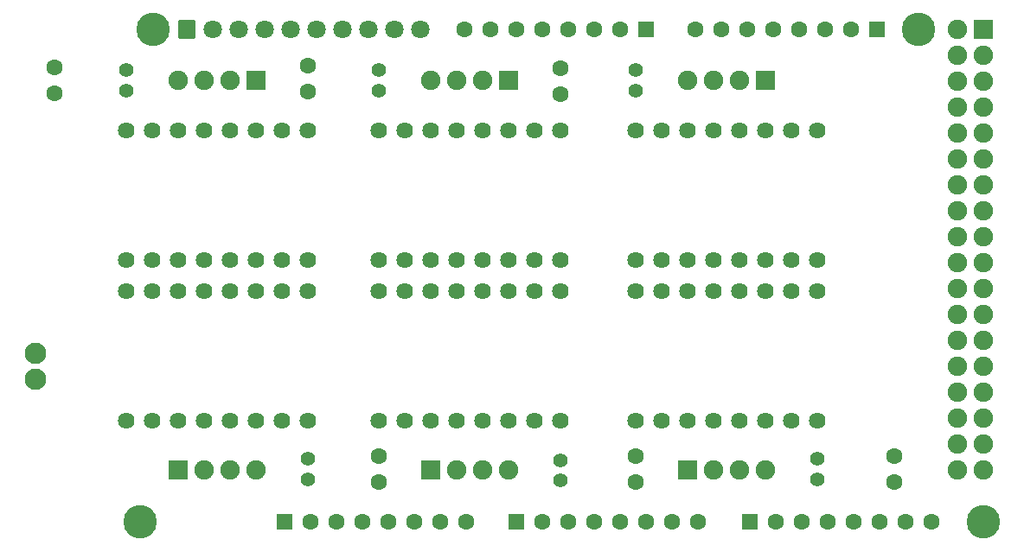
<source format=gbs>
G04 Layer: BottomSolderMaskLayer*
G04 EasyEDA v6.5.22, 2023-03-30 23:48:17*
G04 8450ab88c4f44046a07a984ff5d0ea80,f0b2f3ec3a9e47b7860458d5da5a3361,10*
G04 Gerber Generator version 0.2*
G04 Scale: 100 percent, Rotated: No, Reflected: No *
G04 Dimensions in inches *
G04 leading zeros omitted , absolute positions ,3 integer and 6 decimal *
%FSLAX36Y36*%
%MOIN*%

%AMMACRO1*1,1,$1,$2,$3*1,1,$1,$4,$5*1,1,$1,0-$2,0-$3*1,1,$1,0-$4,0-$5*20,1,$1,$2,$3,$4,$5,0*20,1,$1,$4,$5,0-$2,0-$3,0*20,1,$1,0-$2,0-$3,0-$4,0-$5,0*20,1,$1,0-$4,0-$5,$2,$3,0*4,1,4,$2,$3,$4,$5,0-$2,0-$3,0-$4,0-$5,$2,$3,0*%
%ADD10MACRO1,0.004X-0.0295X-0.0295X0.0295X-0.0295*%
%ADD11C,0.0631*%
%ADD12C,0.0749*%
%ADD13MACRO1,0.004X-0.0354X0.0354X-0.0354X-0.0354*%
%ADD14MACRO1,0.004X0.0295X0.0295X-0.0295X0.0295*%
%ADD15C,0.0709*%
%ADD16MACRO1,0.004X-0.031X-0.0335X0.031X-0.0335*%
%ADD17C,0.0630*%
%ADD18MACRO1,0.004X0.0354X-0.0354X-0.0354X-0.0354*%
%ADD19MACRO1,0.004X-0.0354X0.0354X0.0354X0.0354*%
%ADD20C,0.0640*%
%ADD21C,0.0827*%
%ADD22C,0.0552*%
%ADD23C,0.1290*%
%ADD24C,0.0158*%

%LPD*%
D10*
G01*
X1105000Y100000D03*
D11*
G01*
X1205000Y100000D03*
G01*
X1305000Y100000D03*
G01*
X1405000Y100000D03*
G01*
X1505000Y100000D03*
G01*
X1605000Y100000D03*
G01*
X1705000Y100000D03*
G01*
X1805000Y100000D03*
D10*
G01*
X2000000Y100000D03*
D11*
G01*
X2100000Y100000D03*
G01*
X2200000Y100000D03*
G01*
X2300000Y100000D03*
G01*
X2400000Y100000D03*
G01*
X2500000Y100000D03*
G01*
X2600000Y100000D03*
G01*
X2700000Y100000D03*
D10*
G01*
X2900000Y100000D03*
D11*
G01*
X3000000Y100000D03*
G01*
X3100000Y100000D03*
G01*
X3200000Y100000D03*
G01*
X3300000Y100000D03*
G01*
X3400000Y100000D03*
G01*
X3500000Y100000D03*
G01*
X3600000Y100000D03*
D12*
G01*
X3700000Y300000D03*
G01*
X3800000Y300000D03*
G01*
X3700000Y400000D03*
G01*
X3800000Y400000D03*
G01*
X3700000Y500000D03*
G01*
X3800000Y500000D03*
G01*
X3700000Y600000D03*
G01*
X3800000Y600000D03*
G01*
X3700000Y700000D03*
G01*
X3800000Y700000D03*
G01*
X3700000Y800000D03*
G01*
X3800000Y800000D03*
G01*
X3700000Y900000D03*
G01*
X3800000Y900000D03*
G01*
X3700000Y1000000D03*
G01*
X3800000Y1000000D03*
G01*
X3700000Y1100000D03*
G01*
X3800000Y1100000D03*
G01*
X3700000Y1200000D03*
G01*
X3800000Y1200000D03*
G01*
X3700000Y1300000D03*
G01*
X3800000Y1300000D03*
G01*
X3700000Y1400000D03*
G01*
X3800000Y1400000D03*
G01*
X3700000Y1500000D03*
G01*
X3800000Y1500000D03*
G01*
X3700000Y1600000D03*
G01*
X3800000Y1600000D03*
G01*
X3700000Y1700000D03*
G01*
X3800000Y1700000D03*
G01*
X3700000Y1800000D03*
G01*
X3800000Y1800000D03*
G01*
X3700000Y1900000D03*
G01*
X3800000Y1900000D03*
G01*
X3700000Y2000000D03*
D13*
G01*
X3800000Y2000000D03*
D14*
G01*
X3389999Y2000000D03*
D11*
G01*
X3290000Y2000000D03*
G01*
X3190000Y2000000D03*
G01*
X3090000Y2000000D03*
G01*
X2990000Y2000000D03*
G01*
X2890000Y2000000D03*
G01*
X2790000Y2000000D03*
G01*
X2690000Y2000000D03*
D14*
G01*
X2499999Y2000000D03*
D11*
G01*
X2400000Y2000000D03*
G01*
X2300000Y2000000D03*
G01*
X2200000Y2000000D03*
G01*
X2100000Y2000000D03*
G01*
X2000000Y2000000D03*
G01*
X1900000Y2000000D03*
G01*
X1800000Y2000000D03*
D15*
G01*
X1630000Y2000000D03*
G01*
X1530000Y2000000D03*
G01*
X1430000Y2000000D03*
G01*
X1330000Y2000000D03*
G01*
X1230000Y2000000D03*
G01*
X1130000Y2000000D03*
G01*
X1030000Y2000000D03*
G01*
X930000Y2000000D03*
G01*
X830000Y2000000D03*
D16*
G01*
X730000Y2000000D03*
D17*
G01*
X2170000Y1850000D03*
G01*
X2170000Y1750000D03*
G01*
X220000Y1855000D03*
G01*
X220000Y1755000D03*
G01*
X3455000Y255000D03*
G01*
X3455000Y355000D03*
G01*
X2460000Y255000D03*
G01*
X2460000Y355000D03*
G01*
X1470000Y255000D03*
G01*
X1470000Y355000D03*
D18*
G01*
X1970000Y1805000D03*
D12*
G01*
X1870000Y1805003D03*
G01*
X1770000Y1805003D03*
G01*
X1670000Y1805003D03*
D18*
G01*
X2960000Y1805000D03*
D12*
G01*
X2860000Y1805003D03*
G01*
X2760000Y1805003D03*
G01*
X2660000Y1805003D03*
D19*
G01*
X695000Y300000D03*
D12*
G01*
X795000Y299996D03*
G01*
X895000Y299996D03*
G01*
X995000Y299996D03*
D19*
G01*
X1670000Y300000D03*
D12*
G01*
X1770000Y299996D03*
G01*
X1870000Y299996D03*
G01*
X1970000Y299996D03*
D19*
G01*
X2660000Y300000D03*
D12*
G01*
X2760000Y299996D03*
G01*
X2860000Y299996D03*
G01*
X2960000Y299996D03*
D20*
G01*
X1670000Y1610000D03*
G01*
X1570000Y1610000D03*
G01*
X1470000Y1610000D03*
G01*
X1770000Y1610000D03*
G01*
X1870000Y1610000D03*
G01*
X1970000Y1610000D03*
G01*
X2070000Y1610000D03*
G01*
X2170000Y1610000D03*
G01*
X2170000Y1110000D03*
G01*
X2070000Y1110000D03*
G01*
X1970000Y1110000D03*
G01*
X1870000Y1110000D03*
G01*
X1770000Y1110000D03*
G01*
X1670000Y1110000D03*
G01*
X1570000Y1110000D03*
G01*
X1470000Y1110000D03*
G01*
X2660000Y1610000D03*
G01*
X2560000Y1610000D03*
G01*
X2460000Y1610000D03*
G01*
X2760000Y1610000D03*
G01*
X2860000Y1610000D03*
G01*
X2960000Y1610000D03*
G01*
X3060000Y1610000D03*
G01*
X3160000Y1610000D03*
G01*
X3160000Y1110000D03*
G01*
X3060000Y1110000D03*
G01*
X2960000Y1110000D03*
G01*
X2860000Y1110000D03*
G01*
X2760000Y1110000D03*
G01*
X2660000Y1110000D03*
G01*
X2560000Y1110000D03*
G01*
X2460000Y1110000D03*
G01*
X995000Y490000D03*
G01*
X1095000Y490000D03*
G01*
X1195000Y490000D03*
G01*
X895000Y490000D03*
G01*
X795000Y490000D03*
G01*
X695000Y490000D03*
G01*
X595000Y490000D03*
G01*
X495000Y490000D03*
G01*
X495000Y990000D03*
G01*
X595000Y990000D03*
G01*
X695000Y990000D03*
G01*
X795000Y990000D03*
G01*
X895000Y990000D03*
G01*
X995000Y990000D03*
G01*
X1095000Y990000D03*
G01*
X1195000Y990000D03*
G01*
X2960000Y490000D03*
G01*
X3060000Y490000D03*
G01*
X3160000Y490000D03*
G01*
X2860000Y490000D03*
G01*
X2760000Y490000D03*
G01*
X2660000Y490000D03*
G01*
X2560000Y490000D03*
G01*
X2460000Y490000D03*
G01*
X2460000Y990000D03*
G01*
X2560000Y990000D03*
G01*
X2660000Y990000D03*
G01*
X2760000Y990000D03*
G01*
X2860000Y990000D03*
G01*
X2960000Y990000D03*
G01*
X3060000Y990000D03*
G01*
X3160000Y990000D03*
D17*
G01*
X1195000Y1860000D03*
G01*
X1195000Y1760000D03*
D21*
G01*
X145000Y750000D03*
G01*
X145000Y650000D03*
D18*
G01*
X995000Y1805000D03*
D12*
G01*
X895000Y1805000D03*
G01*
X795000Y1805000D03*
G01*
X695000Y1805000D03*
D20*
G01*
X695000Y1610000D03*
G01*
X595000Y1610000D03*
G01*
X495000Y1610000D03*
G01*
X795000Y1610000D03*
G01*
X895000Y1610000D03*
G01*
X995000Y1610000D03*
G01*
X1095000Y1610000D03*
G01*
X1195000Y1610000D03*
G01*
X1195000Y1110000D03*
G01*
X1095000Y1110000D03*
G01*
X995000Y1110000D03*
G01*
X895000Y1110000D03*
G01*
X795000Y1110000D03*
G01*
X695000Y1110000D03*
G01*
X595000Y1110000D03*
G01*
X495000Y1110000D03*
D22*
G01*
X1470000Y1765630D03*
G01*
X1470000Y1844369D03*
G01*
X2460000Y1765630D03*
G01*
X2460000Y1844369D03*
G01*
X495000Y1765630D03*
G01*
X495000Y1844369D03*
G01*
X3160000Y344369D03*
G01*
X3160000Y265630D03*
G01*
X2170000Y339369D03*
G01*
X2170000Y260630D03*
G01*
X1195000Y344369D03*
G01*
X1195000Y265630D03*
D20*
G01*
X1970000Y490000D03*
G01*
X2070000Y490000D03*
G01*
X2170000Y490000D03*
G01*
X1870000Y490000D03*
G01*
X1770000Y490000D03*
G01*
X1670000Y490000D03*
G01*
X1570000Y490000D03*
G01*
X1470000Y490000D03*
G01*
X1470000Y990000D03*
G01*
X1570000Y990000D03*
G01*
X1670000Y990000D03*
G01*
X1770000Y990000D03*
G01*
X1870000Y990000D03*
G01*
X1970000Y990000D03*
G01*
X2070000Y990000D03*
G01*
X2170000Y990000D03*
D23*
G01*
X550000Y100000D03*
G01*
X600000Y2000000D03*
G01*
X3550000Y2000000D03*
G01*
X3800000Y100000D03*
M02*

</source>
